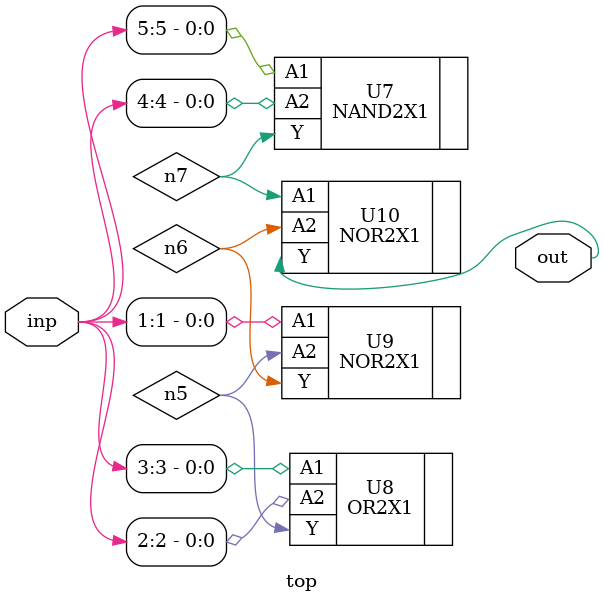
<source format=sv>


module top ( inp, out );
  input [5:0] inp;
  output out;
  wire   n5, n6, n7;

  NAND2X1 U7 ( .A1(inp[5]), .A2(inp[4]), .Y(n7) );
  OR2X1 U8 ( .A1(inp[3]), .A2(inp[2]), .Y(n5) );
  NOR2X1 U9 ( .A1(inp[1]), .A2(n5), .Y(n6) );
  NOR2X1 U10 ( .A1(n7), .A2(n6), .Y(out) );
endmodule


</source>
